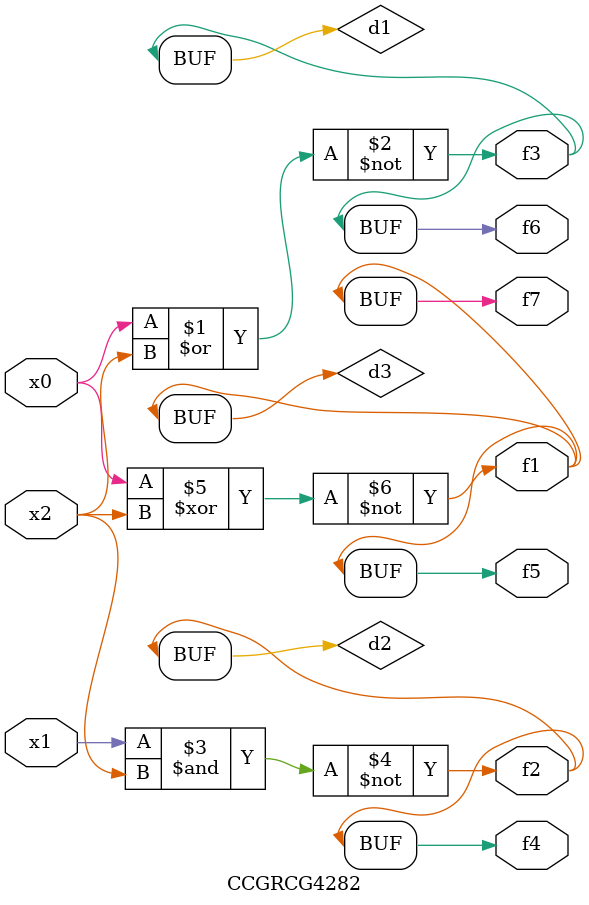
<source format=v>
module CCGRCG4282(
	input x0, x1, x2,
	output f1, f2, f3, f4, f5, f6, f7
);

	wire d1, d2, d3;

	nor (d1, x0, x2);
	nand (d2, x1, x2);
	xnor (d3, x0, x2);
	assign f1 = d3;
	assign f2 = d2;
	assign f3 = d1;
	assign f4 = d2;
	assign f5 = d3;
	assign f6 = d1;
	assign f7 = d3;
endmodule

</source>
